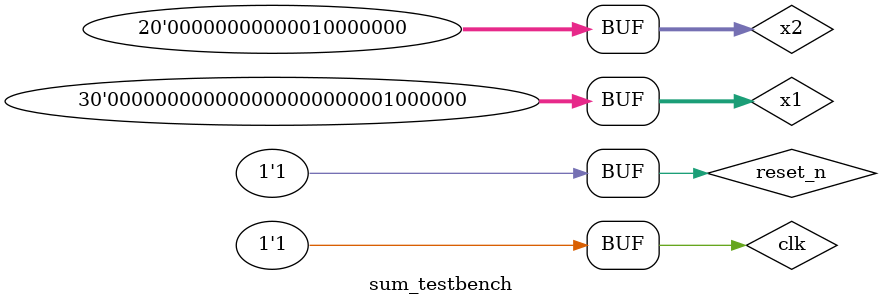
<source format=v>

module sum_testbench(

);

reg clk,reset_n;

parameter Q1 = 30;
parameter Q2 = 20;

reg [Q1-1:0] x1;
reg [Q2-1:0] x2;
wire [Q1+Q2-1:0] y;

always begin
  #(10) clk = 1'b0;
  #(10) clk = 1'b1;
end

initial 
begin
	reset_n <= 1;
	
	x1 <= 32;
	x2 <= 16;
	
	#60
	
	x1 <= 64;
	x2 <= 128;
	
end
	
	
sumador sum_instance(
	
	.clk(clk),
	.reset_n(reset_n),
	.x1(x1),
	.x2(x2),
	.y(y)

);

defparam sum_instance.Q1 = Q1;
defparam sum_instance.Q2 = Q2;


endmodule


</source>
